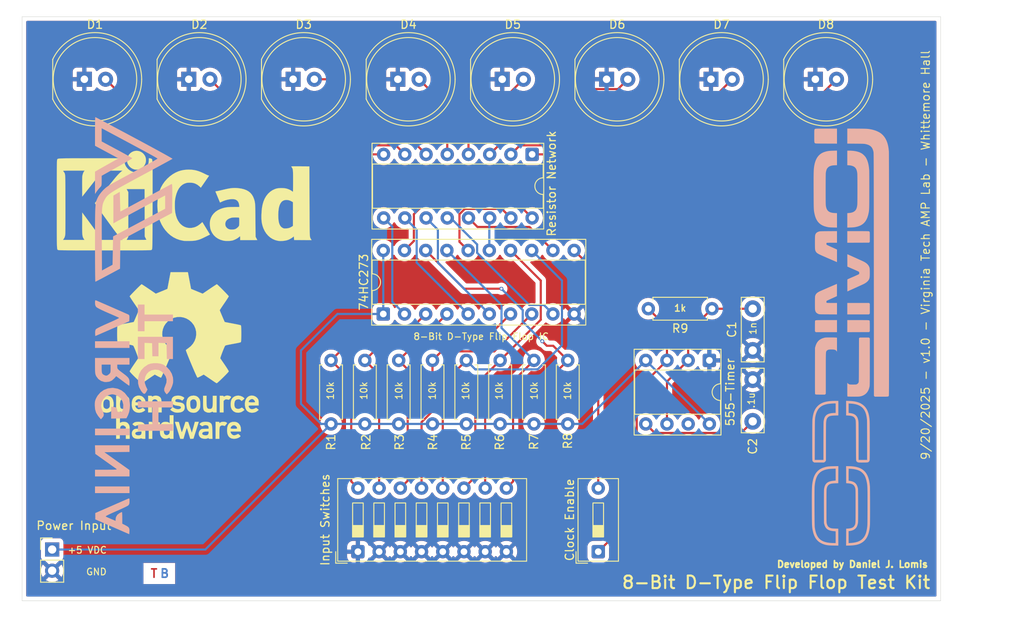
<source format=kicad_pcb>
(kicad_pcb (version 20241229) (generator "pcbnew") (generator_version "9.0")
  (title_block (title "PCB Layout of 8-Bit D-Type Flip Flop") (date "2025-09-21") (rev "1.0") (company "The Lomis Company of Virginia"))
  (layers (0 "F.Cu" signal "TOP") (2 "B.Cu" signal "BOTTOM") (13 "F.Paste" user) (15 "B.Paste" user) (5 "F.SilkS" user) (7 "B.SilkS" user) (1 "F.Mask" user) (3 "B.Mask" user) (25 "Edge.Cuts" user))
  (net 0 "")
  (net 1 "GND")
  (net 2 "Net-(U2-THR)")
  (net 3 "Net-(U2-CV)")
  (net 4 "Net-(D1-A)")
  (net 5 "Net-(D2-A)")
  (net 6 "Net-(D3-A)")
  (net 7 "Net-(D4-A)")
  (net 8 "Net-(D5-A)")
  (net 9 "Net-(D6-A)")
  (net 10 "Net-(D7-A)")
  (net 11 "Net-(D8-A)")
  (net 12 "Net-(U1-D0)")
  (net 13 "+5V")
  (net 14 "Net-(U1-D1)")
  (net 15 "Net-(U1-D2)")
  (net 16 "Net-(U1-D3)")
  (net 17 "Net-(U1-D4)")
  (net 18 "Net-(U1-D5)")
  (net 19 "Net-(U1-D6)")
  (net 20 "Net-(U1-D7)")
  (net 21 "Net-(U2-Q)")
  (net 22 "Net-(RN1-R8.2)")
  (net 23 "Net-(RN1-R4.2)")
  (net 24 "Net-(RN1-R7.2)")
  (net 25 "Net-(RN1-R6.2)")
  (net 26 "Net-(RN1-R2.2)")
  (net 27 "Net-(RN1-R3.2)")
  (net 28 "Net-(RN1-R1.2)")
  (net 29 "Net-(RN1-R5.2)")
  (net 30 "Net-(U1-Cp)")
  (footprint "Resistor_THT:R_Axial_DIN0207_L6.3mm_D2.5mm_P7.62mm_Horizontal" (layer "F.Cu") (at 145.1 108.81 90)
    (property "Reference" "R3" (at -2.19 0.1 90) (layer "F.SilkS"))
    (property "Value" "10k")
    (pad "1" thru_hole circle (at 0 0 90) (size 1.6 1.6) (drill 0.8) (layers "*.Cu" "*.Mask") (net 13 "+5V"))
    (pad "2" thru_hole circle (at 7.62 0 90) (size 1.6 1.6) (drill 0.8) (layers "*.Cu" "*.Mask") (net 15 "Net-(U1-D2)"))
  )
  (footprint "Capacitor_THT:C_Disc_D7.5mm_W2.5mm_P5.00mm" (layer "F.Cu") (at 187.5 108.5 90)
    (property "Reference" "C2" (at -3 0 90) (layer "F.SilkS"))
    (property "Value" "100n")
    (pad "1" thru_hole circle (at 0 0 90) (size 2 2) (drill 1) (layers "*.Cu" "*.Mask") (net 3 "Net-(U2-CV)"))
    (pad "2" thru_hole circle (at 5 0 90) (size 2 2) (drill 1) (layers "*.Cu" "*.Mask") (net 1 "GND"))
  )
  (footprint "Button_Switch_THT:SW_DIP_SPSTx08_Slide_9.78x22.5mm_W7.62mm_P2.54mm" (layer "F.Cu") (at 140.22 124.12 90)
    (property "Reference" "Input Switches" (at 3.82 -3.92 90) (layer "F.SilkS"))
    (property "Value" "SW_DIP_x08")
    (pad "1" thru_hole roundrect (at 0 0 90) (size 1.6 1.6) (drill 0.8) (layers "*.Cu" "*.Mask") (roundrect_rratio 0.15625) (net 1 "GND"))
    (pad "2" thru_hole circle (at 0 2.54 90) (size 1.6 1.6) (drill 0.8) (layers "*.Cu" "*.Mask") (net 1 "GND"))
    (pad "3" thru_hole circle (at 0 5.08 90) (size 1.6 1.6) (drill 0.8) (layers "*.Cu" "*.Mask") (net 1 "GND"))
    (pad "4" thru_hole circle (at 0 7.62 90) (size 1.6 1.6) (drill 0.8) (layers "*.Cu" "*.Mask") (net 1 "GND"))
    (pad "5" thru_hole circle (at 0 10.16 90) (size 1.6 1.6) (drill 0.8) (layers "*.Cu" "*.Mask") (net 1 "GND"))
    (pad "6" thru_hole circle (at 0 12.7 90) (size 1.6 1.6) (drill 0.8) (layers "*.Cu" "*.Mask") (net 1 "GND"))
    (pad "7" thru_hole circle (at 0 15.24 90) (size 1.6 1.6) (drill 0.8) (layers "*.Cu" "*.Mask") (net 1 "GND"))
    (pad "8" thru_hole circle (at 0 17.78 90) (size 1.6 1.6) (drill 0.8) (layers "*.Cu" "*.Mask") (net 1 "GND"))
    (pad "9" thru_hole circle (at 7.62 17.78 90) (size 1.6 1.6) (drill 0.8) (layers "*.Cu" "*.Mask") (net 20 "Net-(U1-D7)"))
    (pad "10" thru_hole circle (at 7.62 15.24 90) (size 1.6 1.6) (drill 0.8) (layers "*.Cu" "*.Mask") (net 19 "Net-(U1-D6)"))
    (pad "11" thru_hole circle (at 7.62 12.7 90) (size 1.6 1.6) (drill 0.8) (layers "*.Cu" "*.Mask") (net 18 "Net-(U1-D5)"))
    (pad "12" thru_hole circle (at 7.62 10.16 90) (size 1.6 1.6) (drill 0.8) (layers "*.Cu" "*.Mask") (net 17 "Net-(U1-D4)"))
    (pad "13" thru_hole circle (at 7.62 7.62 90) (size 1.6 1.6) (drill 0.8) (layers "*.Cu" "*.Mask") (net 16 "Net-(U1-D3)"))
    (pad "14" thru_hole circle (at 7.62 5.08 90) (size 1.6 1.6) (drill 0.8) (layers "*.Cu" "*.Mask") (net 15 "Net-(U1-D2)"))
    (pad "15" thru_hole circle (at 7.62 2.54 90) (size 1.6 1.6) (drill 0.8) (layers "*.Cu" "*.Mask") (net 14 "Net-(U1-D1)"))
    (pad "16" thru_hole circle (at 7.62 0 90) (size 1.6 1.6) (drill 0.8) (layers "*.Cu" "*.Mask") (net 12 "Net-(U1-D0)"))
  )
  (footprint "LED_THT:LED_D10.0mm" (layer "F.Cu") (at 182.5 67.5)
    (property "Reference" "D7" (at 1.27 -6.56 0) (layer "F.SilkS"))
    (property "Value" "LED")
    (pad "1" thru_hole rect (at 0 0) (size 1.8 1.8) (drill 0.9) (layers "*.Cu" "*.Mask") (net 1 "GND"))
    (pad "2" thru_hole circle (at 2.54 0) (size 1.8 1.8) (drill 0.9) (layers "*.Cu" "*.Mask") (net 10 "Net-(D7-A)"))
  )
  (footprint "Symbol:KiCad-Logo_12mm_SilkScreen" (layer "F.Cu") (at 119.4 82)
    (property "Reference" "REF**" (hide yes))
    (property "Value" "KiCad-Logo_12mm_SilkScreen" (hide yes))
  )
  (footprint "Resistor_THT:R_Axial_DIN0207_L6.3mm_D2.5mm_P7.62mm_Horizontal" (layer "F.Cu") (at 149.15 108.81 90)
    (property "Reference" "R4" (at -2.19 0.05 90) (layer "F.SilkS"))
    (property "Value" "10k")
    (pad "1" thru_hole circle (at 0 0 90) (size 1.6 1.6) (drill 0.8) (layers "*.Cu" "*.Mask") (net 13 "+5V"))
    (pad "2" thru_hole circle (at 7.62 0 90) (size 1.6 1.6) (drill 0.8) (layers "*.Cu" "*.Mask") (net 16 "Net-(U1-D3)"))
  )
  (footprint "Package_DIP:DIP-20_W7.62mm_Socket" (layer "F.Cu") (at 143.256 95.631 90)
    (property "Reference" "74HC273" (at 3.81 -2.33 90) (layer "F.SilkS"))
    (property "Value" "74HC273")
    (pad "1" thru_hole roundrect (at 0 0 90) (size 1.6 1.6) (drill 0.8) (layers "*.Cu" "*.Mask") (roundrect_rratio 0.15625) (net 13 "+5V"))
    (pad "2" thru_hole circle (at 0 2.54 90) (size 1.6 1.6) (drill 0.8) (layers "*.Cu" "*.Mask") (net 22 "Net-(RN1-R8.2)"))
    (pad "3" thru_hole circle (at 0 5.08 90) (size 1.6 1.6) (drill 0.8) (layers "*.Cu" "*.Mask") (net 12 "Net-(U1-D0)"))
    (pad "4" thru_hole circle (at 0 7.62 90) (size 1.6 1.6) (drill 0.8) (layers "*.Cu" "*.Mask") (net 14 "Net-(U1-D1)"))
    (pad "5" thru_hole circle (at 0 10.16 90) (size 1.6 1.6) (drill 0.8) (layers "*.Cu" "*.Mask") (net 24 "Net-(RN1-R7.2)"))
    (pad "6" thru_hole circle (at 0 12.7 90) (size 1.6 1.6) (drill 0.8) (layers "*.Cu" "*.Mask") (net 25 "Net-(RN1-R6.2)"))
    (pad "7" thru_hole circle (at 0 15.24 90) (size 1.6 1.6) (drill 0.8) (layers "*.Cu" "*.Mask") (net 15 "Net-(U1-D2)"))
    (pad "8" thru_hole circle (at 0 17.78 90) (size 1.6 1.6) (drill 0.8) (layers "*.Cu" "*.Mask") (net 16 "Net-(U1-D3)"))
    (pad "9" thru_hole circle (at 0 20.32 90) (size 1.6 1.6) (drill 0.8) (layers "*.Cu" "*.Mask") (net 29 "Net-(RN1-R5.2)"))
    (pad "10" thru_hole circle (at 0 22.86 90) (size 1.6 1.6) (drill 0.8) (layers "*.Cu" "*.Mask") (net 1 "GND"))
    (pad "11" thru_hole circle (at 7.62 22.86 90) (size 1.6 1.6) (drill 0.8) (layers "*.Cu" "*.Mask") (net 30 "Net-(U1-Cp)"))
    (pad "12" thru_hole circle (at 7.62 20.32 90) (size 1.6 1.6) (drill 0.8) (layers "*.Cu" "*.Mask") (net 23 "Net-(RN1-R4.2)"))
    (pad "13" thru_hole circle (at 7.62 17.78 90) (size 1.6 1.6) (drill 0.8) (layers "*.Cu" "*.Mask") (net 17 "Net-(U1-D4)"))
    (pad "14" thru_hole circle (at 7.62 15.24 90) (size 1.6 1.6) (drill 0.8) (layers "*.Cu" "*.Mask") (net 18 "Net-(U1-D5)"))
    (pad "15" thru_hole circle (at 7.62 12.7 90) (size 1.6 1.6) (drill 0.8) (layers "*.Cu" "*.Mask") (net 27 "Net-(RN1-R3.2)"))
    (pad "16" thru_hole circle (at 7.62 10.16 90) (size 1.6 1.6) (drill 0.8) (layers "*.Cu" "*.Mask") (net 26 "Net-(RN1-R2.2)"))
    (pad "17" thru_hole circle (at 7.62 7.62 90) (size 1.6 1.6) (drill 0.8) (layers "*.Cu" "*.Mask") (net 19 "Net-(U1-D6)"))
    (pad "18" thru_hole circle (at 7.62 5.08 90) (size 1.6 1.6) (drill 0.8) (layers "*.Cu" "*.Mask") (net 20 "Net-(U1-D7)"))
    (pad "19" thru_hole circle (at 7.62 2.54 90) (size 1.6 1.6) (drill 0.8) (layers "*.Cu" "*.Mask") (net 28 "Net-(RN1-R1.2)"))
    (pad "20" thru_hole circle (at 7.62 0 90) (size 1.6 1.6) (drill 0.8) (layers "*.Cu" "*.Mask") (net 13 "+5V"))
  )
  (footprint "Resistor_THT:R_Axial_DIN0207_L6.3mm_D2.5mm_P7.62mm_Horizontal" (layer "F.Cu") (at 153.2 108.81 90)
    (property "Reference" "R5" (at -2.19 0 90) (layer "F.SilkS"))
    (property "Value" "10k")
    (pad "1" thru_hole circle (at 0 0 90) (size 1.6 1.6) (drill 0.8) (layers "*.Cu" "*.Mask") (net 13 "+5V"))
    (pad "2" thru_hole circle (at 7.62 0 90) (size 1.6 1.6) (drill 0.8) (layers "*.Cu" "*.Mask") (net 17 "Net-(U1-D4)"))
  )
  (footprint "Package_DIP:DIP-8_W7.62mm_Socket" (layer "F.Cu") (at 182.31 101.19 -90)
    (property "Reference" "555-Timer" (at 3.81 -2.49 90) (layer "F.SilkS"))
    (property "Value" "ICM7555xP")
    (pad "1" thru_hole roundrect (at 0 0 270) (size 1.6 1.6) (drill 0.8) (layers "*.Cu" "*.Mask") (roundrect_rratio 0.15625) (net 1 "GND"))
    (pad "2" thru_hole circle (at 0 2.54 270) (size 1.6 1.6) (drill 0.8) (layers "*.Cu" "*.Mask") (net 2 "Net-(U2-THR)"))
    (pad "3" thru_hole circle (at 0 5.08 270) (size 1.6 1.6) (drill 0.8) (layers "*.Cu" "*.Mask") (net 21 "Net-(U2-Q)"))
    (pad "4" thru_hole circle (at 0 7.62 270) (size 1.6 1.6) (drill 0.8) (layers "*.Cu" "*.Mask") (net 13 "+5V"))
    (pad "5" thru_hole circle (at 7.62 7.62 270) (size 1.6 1.6) (drill 0.8) (layers "*.Cu" "*.Mask") (net 3 "Net-(U2-CV)"))
    (pad "6" thru_hole circle (at 7.62 5.08 270) (size 1.6 1.6) (drill 0.8) (layers "*.Cu" "*.Mask") (net 2 "Net-(U2-THR)"))
    (pad "7" thru_hole circle (at 7.62 2.54 270) (size 1.6 1.6) (drill 0.8) (layers "*.Cu" "*.Mask"))
    (pad "8" thru_hole circle (at 7.62 0 270) (size 1.6 1.6) (drill 0.8) (layers "*.Cu" "*.Mask") (net 13 "+5V"))
  )
  (footprint "LED_THT:LED_D10.0mm" (layer "F.Cu") (at 170 67.5)
    (property "Reference" "D6" (at 1.27 -6.56 0) (layer "F.SilkS"))
    (property "Value" "LED")
    (pad "1" thru_hole rect (at 0 0) (size 1.8 1.8) (drill 0.9) (layers "*.Cu" "*.Mask") (net 1 "GND"))
    (pad "2" thru_hole circle (at 2.54 0) (size 1.8 1.8) (drill 0.9) (layers "*.Cu" "*.Mask") (net 9 "Net-(D6-A)"))
  )
  (footprint "Resistor_THT:R_Axial_DIN0207_L6.3mm_D2.5mm_P7.62mm_Horizontal" (layer "F.Cu") (at 165.35 108.81 90)
    (property "Reference" "R8" (at -2.04 0 90) (layer "F.SilkS"))
    (property "Value" "10k")
    (pad "1" thru_hole circle (at 0 0 90) (size 1.6 1.6) (drill 0.8) (layers "*.Cu" "*.Mask") (net 13 "+5V"))
    (pad "2" thru_hole circle (at 7.62 0 90) (size 1.6 1.6) (drill 0.8) (layers "*.Cu" "*.Mask") (net 20 "Net-(U1-D7)"))
  )
  (footprint "Symbol:OSHW-Logo_19x20mm_SilkScreen" (layer "F.Cu") (at 118.8 100.6)
    (property "Reference" "REF**" (hide yes))
    (property "Value" "OSHW-Logo_19x20mm_SilkScreen" (hide yes))
  )
  (footprint "LED_THT:LED_D10.0mm" (layer "F.Cu") (at 157.5 67.5)
    (property "Reference" "D5" (at 1.27 -6.56 0) (layer "F.SilkS"))
    (property "Value" "LED")
    (pad "1" thru_hole rect (at 0 0) (size 1.8 1.8) (drill 0.9) (layers "*.Cu" "*.Mask") (net 1 "GND"))
    (pad "2" thru_hole circle (at 2.54 0) (size 1.8 1.8) (drill 0.9) (layers "*.Cu" "*.Mask") (net 8 "Net-(D5-A)"))
  )
  (footprint "LED_THT:LED_D10.0mm" (layer "F.Cu") (at 107.46 67.5)
    (property "Reference" "D1" (at 1.27 -6.56 0) (layer "F.SilkS"))
    (property "Value" "LED")
    (pad "1" thru_hole rect (at 0 0) (size 1.8 1.8) (drill 0.9) (layers "*.Cu" "*.Mask") (net 1 "GND"))
    (pad "2" thru_hole circle (at 2.54 0) (size 1.8 1.8) (drill 0.9) (layers "*.Cu" "*.Mask") (net 4 "Net-(D1-A)"))
  )
  (footprint "Resistor_THT:R_Axial_DIN0207_L6.3mm_D2.5mm_P7.62mm_Horizontal" (layer "F.Cu") (at 137 108.81 90)
    (property "Reference" "R1" (at -2.19 0 90) (layer "F.SilkS"))
    (property "Value" "10k")
    (pad "1" thru_hole circle (at 0 0 90) (size 1.6 1.6) (drill 0.8) (layers "*.Cu" "*.Mask") (net 13 "+5V"))
    (pad "2" thru_hole circle (at 7.62 0 90) (size 1.6 1.6) (drill 0.8) (layers "*.Cu" "*.Mask") (net 12 "Net-(U1-D0)"))
  )
  (footprint "LED_THT:LED_D10.0mm" (layer "F.Cu") (at 132.46 67.5)
    (property "Reference" "D3" (at 1.27 -6.56 0) (layer "F.SilkS"))
    (property "Value" "LED")
    (pad "1" thru_hole rect (at 0 0) (size 1.8 1.8) (drill 0.9) (layers "*.Cu" "*.Mask") (net 1 "GND"))
    (pad "2" thru_hole circle (at 2.54 0) (size 1.8 1.8) (drill 0.9) (layers "*.Cu" "*.Mask") (net 6 "Net-(D3-A)"))
  )
  (footprint "LED_THT:LED_D10.0mm" (layer "F.Cu") (at 145 67.5)
    (property "Reference" "D4" (at 1.27 -6.56 0) (layer "F.SilkS"))
    (property "Value" "LED")
    (pad "1" thru_hole rect (at 0 0) (size 1.8 1.8) (drill 0.9) (layers "*.Cu" "*.Mask") (net 1 "GND"))
    (pad "2" thru_hole circle (at 2.54 0) (size 1.8 1.8) (drill 0.9) (layers "*.Cu" "*.Mask") (net 7 "Net-(D4-A)"))
  )
  (footprint "Resistor_THT:R_Axial_DIN0207_L6.3mm_D2.5mm_P7.62mm_Horizontal" (layer "F.Cu") (at 161.3 108.81 90)
    (property "Reference" "R7" (at -2.14 0 90) (layer "F.SilkS"))
    (property "Value" "10k")
    (pad "1" thru_hole circle (at 0 0 90) (size 1.6 1.6) (drill 0.8) (layers "*.Cu" "*.Mask") (net 13 "+5V"))
    (pad "2" thru_hole circle (at 7.62 0 90) (size 1.6 1.6) (drill 0.8) (layers "*.Cu" "*.Mask") (net 19 "Net-(U1-D6)"))
  )
  (footprint "Resistor_THT:R_Axial_DIN0207_L6.3mm_D2.5mm_P7.62mm_Horizontal" (layer "F.Cu") (at 182.62 95 180)
    (property "Reference" "R9" (at 3.81 -2.37 0) (layer "F.SilkS"))
    (property "Value" "1k")
    (pad "1" thru_hole circle (at 0 0 180) (size 1.6 1.6) (drill 0.8) (layers "*.Cu" "*.Mask") (net 2 "Net-(U2-THR)"))
    (pad "2" thru_hole circle (at 7.62 0 180) (size 1.6 1.6) (drill 0.8) (layers "*.Cu" "*.Mask") (net 21 "Net-(U2-Q)"))
  )
  (footprint "Resistor_THT:R_Axial_DIN0207_L6.3mm_D2.5mm_P7.62mm_Horizontal" (layer "F.Cu") (at 141.05 108.81 90)
    (property "Reference" "R2" (at -2.19 0.15 90) (layer "F.SilkS"))
    (property "Value" "10k")
    (pad "1" thru_hole circle (at 0 0 90) (size 1.6 1.6) (drill 0.8) (layers "*.Cu" "*.Mask") (net 13 "+5V"))
    (pad "2" thru_hole circle (at 7.62 0 90) (size 1.6 1.6) (drill 0.8) (layers "*.Cu" "*.Mask") (net 14 "Net-(U1-D1)"))
  )
  (footprint "Symbol:LayerMarker_2_3.81x2.54mm_TextH1mm_P1.27mm_Named" (layer "F.Cu") (at 115.8 128)
    (property "Reference" "TOP" (hide yes))
    (property "Value" "LayerMarker_2_3.81x2.54mm_TextH1mm_P1.27mm_Named" (hide yes))
    (fp_text user "T" (at 0 -1.27 0) (layer "F.Cu") (effects (font (thickness 0.2))))
    (fp_text user "B" (at 1.27 -1.27 359) (layer "B.Cu") (effects (font (thickness 0.2))))
    (zone (net 0) (net_name "") (layers "F.Cu" "B.Cu") (connect_pads (clearance 0)) (min_thickness 0.25)
      (keepout (tracks not_allowed) (vias not_allowed) (pads not_allowed) (copperpour not_allowed) (footprints allowed))
      (fill (thermal_gap 0.5) (thermal_bridge_width 0.5))
      (polygon (pts (xy 114.53 125.46) (xy 118.34 125.46) (xy 118.34 128) (xy 114.53 128)))
    )
  )
  (footprint "Package_DIP:DIP-16_W7.62mm_Socket" (layer "F.Cu") (at 161.08 76.5 -90)
    (property "Reference" "Resistor Network" (at 3.5 -2.33 90) (layer "F.SilkS"))
    (property "Value" "R_Pack08")
    (pad "1" thru_hole roundrect (at 0 0 270) (size 1.6 1.6) (drill 0.8) (layers "*.Cu" "*.Mask") (roundrect_rratio 0.15625) (net 11 "Net-(D8-A)"))
    (pad "2" thru_hole circle (at 0 2.54 270) (size 1.6 1.6) (drill 0.8) (layers "*.Cu" "*.Mask") (net 10 "Net-(D7-A)"))
    (pad "3" thru_hole circle (at 0 5.08 270) (size 1.6 1.6) (drill 0.8) (layers "*.Cu" "*.Mask") (net 9 "Net-(D6-A)"))
    (pad "4" thru_hole circle (at 0 7.62 270) (size 1.6 1.6) (drill 0.8) (layers "*.Cu" "*.Mask") (net 8 "Net-(D5-A)"))
    (pad "5" thru_hole circle (at 0 10.16 270) (size 1.6 1.6) (drill 0.8) (layers "*.Cu" "*.Mask") (net 7 "Net-(D4-A)"))
    (pad "6" thru_hole circle (at 0 12.7 270) (size 1.6 1.6) (drill 0.8) (layers "*.Cu" "*.Mask") (net 6 "Net-(D3-A)"))
    (pad "7" thru_hole circle (at 0 15.24 270) (size 1.6 1.6) (drill 0.8) (layers "*.Cu" "*.Mask") (net 5 "Net-(D2-A)"))
    (pad "8" thru_hole circle (at 0 17.78 270) (size 1.6 1.6) (drill 0.8) (layers "*.Cu" "*.Mask") (net 4 "Net-(D1-A)"))
    (pad "9" thru_hole circle (at 7.62 17.78 270) (size 1.6 1.6) (drill 0.8) (layers "*.Cu" "*.Mask") (net 22 "Net-(RN1-R8.2)"))
    (pad "10" thru_hole circle (at 7.62 15.24 270) (size 1.6 1.6) (drill 0.8) (layers "*.Cu" "*.Mask") (net 24 "Net-(RN1-R7.2)"))
    (pad "11" thru_hole circle (at 7.62 12.7 270) (size 1.6 1.6) (drill 0.8) (layers "*.Cu" "*.Mask") (net 25 "Net-(RN1-R6.2)"))
    (pad "12" thru_hole circle (at 7.62 10.16 270) (size 1.6 1.6) (drill 0.8) (layers "*.Cu" "*.Mask") (net 29 "Net-(RN1-R5.2)"))
    (pad "13" thru_hole circle (at 7.62 7.62 270) (size 1.6 1.6) (drill 0.8) (layers "*.Cu" "*.Mask") (net 23 "Net-(RN1-R4.2)"))
    (pad "14" thru_hole circle (at 7.62 5.08 270) (size 1.6 1.6) (drill 0.8) (layers "*.Cu" "*.Mask") (net 27 "Net-(RN1-R3.2)"))
    (pad "15" thru_hole circle (at 7.62 2.54 270) (size 1.6 1.6) (drill 0.8) (layers "*.Cu" "*.Mask") (net 26 "Net-(RN1-R2.2)"))
    (pad "16" thru_hole circle (at 7.62 0 270) (size 1.6 1.6) (drill 0.8) (layers "*.Cu" "*.Mask") (net 28 "Net-(RN1-R1.2)"))
  )
  (footprint "Button_Switch_THT:SW_DIP_SPSTx01_Slide_9.78x4.72mm_W7.62mm_P2.54mm" (layer "F.Cu") (at 169 124.12 90)
    (property "Reference" "Clock Enable" (at 3.81 -3.42 90) (layer "F.SilkS"))
    (property "Value" "SW_DIP_x01")
    (pad "1" thru_hole roundrect (at 0 0 90) (size 1.6 1.6) (drill 0.8) (layers "*.Cu" "*.Mask") (roundrect_rratio 0.15625) (net 21 "Net-(U2-Q)"))
    (pad "2" thru_hole circle (at 7.62 0 90) (size 1.6 1.6) (drill 0.8) (layers "*.Cu" "*.Mask") (net 30 "Net-(U1-Cp)"))
  )
  (footprint "LED_THT:LED_D10.0mm" (layer "F.Cu") (at 119.96 67.5)
    (property "Reference" "D2" (at 1.27 -6.56 0) (layer "F.SilkS"))
    (property "Value" "LED")
    (pad "1" thru_hole rect (at 0 0) (size 1.8 1.8) (drill 0.9) (layers "*.Cu" "*.Mask") (net 1 "GND"))
    (pad "2" thru_hole circle (at 2.54 0) (size 1.8 1.8) (drill 0.9) (layers "*.Cu" "*.Mask") (net 5 "Net-(D2-A)"))
  )
  (footprint "LED_THT:LED_D10.0mm" (layer "F.Cu") (at 195 67.5)
    (property "Reference" "D8" (at 1.27 -6.56 0) (layer "F.SilkS"))
    (property "Value" "LED")
    (pad "1" thru_hole rect (at 0 0) (size 1.8 1.8) (drill 0.9) (layers "*.Cu" "*.Mask") (net 1 "GND"))
    (pad "2" thru_hole circle (at 2.54 0) (size 1.8 1.8) (drill 0.9) (layers "*.Cu" "*.Mask") (net 11 "Net-(D8-A)"))
  )
  (footprint "Capacitor_THT:C_Disc_D7.5mm_W2.5mm_P5.00mm" (layer "F.Cu") (at 187.5 100 90)
    (property "Reference" "C1" (at 2.5 -2.5 90) (layer "F.SilkS"))
    (property "Value" "1n")
    (pad "1" thru_hole circle (at 0 0 90) (size 2 2) (drill 1) (layers "*.Cu" "*.Mask") (net 1 "GND"))
    (pad "2" thru_hole circle (at 5 0 90) (size 2 2) (drill 1) (layers "*.Cu" "*.Mask") (net 2 "Net-(U2-THR)"))
  )
  (footprint "Resistor_THT:R_Axial_DIN0207_L6.3mm_D2.5mm_P7.62mm_Horizontal" (layer "F.Cu") (at 157.25 108.81 90)
    (property "Reference" "R6" (at -2.19 -0.05 90) (layer "F.SilkS"))
    (property "Value" "10k")
    (pad "1" thru_hole circle (at 0 0 90) (size 1.6 1.6) (drill 0.8) (layers "*.Cu" "*.Mask") (net 13 "+5V"))
    (pad "2" thru_hole circle (at 7.62 0 90) (size 1.6 1.6) (drill 0.8) (layers "*.Cu" "*.Mask") (net 18 "Net-(U1-D5)"))
  )
  (footprint "Connector_PinHeader_2.54mm:PinHeader_1x02_P2.54mm_Vertical" (layer "F.Cu") (at 103.6 123.86)
    (property "Reference" "Power Input" (at 2.6 -2.86 0) (layer "F.SilkS"))
    (property "Value" "Conn_01x02_Pin")
    (pad "1" thru_hole rect (at 0 0) (size 1.7 1.7) (drill 1) (layers "*.Cu" "*.Mask") (net 13 "+5V"))
    (pad "2" thru_hole circle (at 0 2.54) (size 1.7 1.7) (drill 1) (layers "*.Cu" "*.Mask") (net 1 "GND"))
  )
  (footprint "Virginia Tech Logos:VirginiaTech-Horiz-50mm" (layer "B.Cu") (at 113.4 97 -90)
    (property "Reference" "G***" (hide yes))
    (property "Value" "LOGO" (hide yes))
  )
  (footprint "Lomis Company Logos:LomisCo1980s-50mm" (layer "B.Cu") (at 199.2 98.4 -90)
    (property "Reference" "G***" (hide yes))
    (property "Value" "LOGO" (hide yes))
  )
  (gr_line (start 210 60) (end 100 60) (stroke (width 0.05)) (layer "Edge.Cuts"))
  (gr_line (start 210 130) (end 210 60) (stroke (width 0.05)) (layer "Edge.Cuts"))
  (gr_line (start 100 130) (end 210 130) (stroke (width 0.05)) (layer "Edge.Cuts"))
  (gr_line (start 100 60) (end 100 130) (stroke (width 0.05)) (layer "Edge.Cuts"))
  (gr_text "10k\n" (at 157.6 106 90) (layer "F.SilkS") (effects (font (size 0.8 0.8) (thickness 0.127) (bold yes)) (justify left bottom)))
  (gr_text "Developed by Daniel J. Lomis" (at 190.3 126.1 0) (layer "F.SilkS") (effects (font (size 0.8 0.8) (thickness 0.25) (bold yes)) (justify left bottom)))
  (gr_text "1k" (at 178 95.4 0) (layer "F.SilkS") (effects (font (size 0.8 0.8) (thickness 0.1524) (bold yes)) (justify left bottom)))
  (gr_text "10k\n" (at 149.6 106 90) (layer "F.SilkS") (effects (font (size 0.8 0.8) (thickness 0.127) (bold yes)) (justify left bottom)))
  (gr_text "10k\n" (at 153.6 106 90) (layer "F.SilkS") (effects (font (size 0.8 0.8) (thickness 0.127) (bold yes)) (justify left bottom)))
  (gr_text "10k\n" (at 165.8 106 90) (layer "F.SilkS") (effects (font (size 0.8 0.8) (thickness 0.127) (bold yes)) (justify left bottom)))
  (gr_text "10k\n" (at 161.8 106 90) (layer "F.SilkS") (effects (font (size 0.8 0.8) (thickness 0.127) (bold yes)) (justify left bottom)))
  (gr_text ".1u\n" (at 187.8 107 90) (layer "F.SilkS") (effects (font (size 0.8 0.8) (thickness 0.127) (bold yes)) (justify left bottom)))
  (gr_text "10k\n" (at 145.6 106 90) (layer "F.SilkS") (effects (font (size 0.8 0.8) (thickness 0.127) (bold yes)) (justify left bottom)))
  (gr_text "1n" (at 188 98.2 90) (layer "F.SilkS") (effects (font (size 0.8 0.8) (thickness 0.127) (bold yes)) (justify left bottom)))
  (gr_text "10k\n" (at 141.4 106 90) (layer "F.SilkS") (effects (font (size 0.8 0.8) (thickness 0.127) (bold yes)) (justify left bottom)))
  (gr_text "8-Bit D-Type Flip Flop IC\n" (at 146.8 98.8 0) (layer "F.SilkS") (effects (font (size 0.8 0.8) (thickness 0.127) (bold yes)) (justify left bottom)))
  (gr_text "10k\n" (at 137.4 106 90) (layer "F.SilkS") (effects (font (size 0.8 0.8) (thickness 0.127) (bold yes)) (justify left bottom)))
  (gr_text "8-Bit D-Type Flip Flop Test Kit\n" (at 190.3 127.8 0) (layer "F.SilkS") (effects (font (size 1.5 1.5) (thickness 0.25) (bold yes))))
  (gr_text "GND\n" (at 107.6 127 0) (layer "F.SilkS") (effects (font (size 0.8 0.8) (thickness 0.127) (bold yes)) (justify left bottom)))
  (gr_text "+5 VDC" (at 105.4 124.4 0) (layer "F.SilkS") (effects (font (size 0.8 0.8) (thickness 0.127) (bold yes)) (justify left bottom)))
  (gr_text "9/20/2025 - v1.0 - Virginia Tech AMP Lab - Whittemore Hall\n" (at 208.2 113.2 90) (layer "F.SilkS") (effects (font (size 1 1) (thickness 0.127) (bold yes)) (justify left)))
  (segment (start 177.23 103.73) (end 179.77 101.19) (width 0.254) (layer "F.Cu") (net 2))
  (segment (start 179.77 97.85) (end 182.62 95) (width 0.254) (layer "F.Cu") (net 2))
  (segment (start 177.23 108.81) (end 177.23 103.73) (width 0.254) (layer "F.Cu") (net 2))
  (segment (start 179.77 101.19) (end 179.77 97.85) (width 0.254) (layer "F.Cu") (net 2))
  (segment (start 182.62 95) (end 187.5 95) (width 0.254) (layer "F.Cu") (net 2))
  (segment (start 186.1096 109.8904) (end 187.5 108.5) (width 0.254) (layer "F.Cu") (net 3))
  (segment (start 174.69 108.81) (end 175.7704 109.8904) (width 0.254) (layer "F.Cu") (net 3))
  (segment (start 175.7704 109.8904) (end 186.1096 109.8904) (width 0.254) (layer "F.Cu") (net 3))
  (segment (start 143.3 76.5) (end 119 76.5) (width 0.254) (layer "F.Cu") (net 4))
  (segment (start 119 76.5) (end 110 67.5) (width 0.254) (layer "F.Cu") (net 4))
  (segment (start 144.7596 75.4196) (end 130.4196 75.4196) (width 0.254) (layer "F.Cu") (net 5))
  (segment (start 130.4196 75.4196) (end 122.5 67.5) (width 0.254) (layer "F.Cu") (net 5))
  (segment (start 145.84 76.5) (end 144.7596 75.4196) (width 0.254) (layer "F.Cu") (net 5))
  (segment (start 148.38 76.5) (end 139.38 67.5) (width 0.254) (layer "F.Cu") (net 6))
  (segment (start 139.38 67.5) (end 135 67.5) (width 0.254) (layer "F.Cu") (net 6))
  (segment (start 150.92 70.88) (end 147.54 67.5) (width 0.254) (layer "F.Cu") (net 7))
  (segment (start 150.92 76.5) (end 150.92 70.88) (width 0.254) (layer "F.Cu") (net 7))
  (segment (start 153.46 74.08) (end 160.04 67.5) (width 0.254) (layer "F.Cu") (net 8))
  (segment (start 153.46 76.5) (end 153.46 74.08) (width 0.254) (layer "F.Cu") (net 8))
  (segment (start 163.8196 68.6804) (end 171.3596 68.6804) (width 0.254) (layer "F.Cu") (net 9))
  (segment (start 156 76.5) (end 163.8196 68.6804) (width 0.254) (layer "F.Cu") (net 9))
  (segment (start 171.3596 68.6804) (end 172.54 67.5) (width 0.254) (layer "F.Cu") (net 9))
  (segment (start 158.54 76.5) (end 159.6204 75.4196) (width 0.254) (layer "F.Cu") (net 10))
  (segment (start 177.1204 75.4196) (end 185.04 67.5) (width 0.254) (layer "F.Cu") (net 10))
  (segment (start 159.6204 75.4196) (end 177.1204 75.4196) (width 0.254) (layer "F.Cu") (net 10))
  (segment (start 161.08 76.5) (end 188.54 76.5) (width 0.254) (layer "F.Cu") (net 11))
  (segment (start 188.54 76.5) (end 197.54 67.5) (width 0.254) (layer "F.Cu") (net 11))
  (segment (start 145.0796 98.8874) (end 139.3026 98.8874) (width 0.254) (layer "F.Cu") (net 12))
  (segment (start 140.22 116.5) (end 139.420001 115.700001) (width 0.254) (layer "F.Cu") (net 12))
  (segment (start 148.336 95.631) (end 145.0796 98.8874) (width 0.254) (layer "F.Cu") (net 12))
  (segment (start 139.3026 98.8874) (end 137 101.19) (width 0.254) (layer "F.Cu") (net 12))
  (segment (start 139.420001 103.610001) (end 137 101.19) (width 0.254) (layer "F.Cu") (net 12))
  (segment (start 139.420001 115.700001) (end 139.420001 103.610001) (width 0.254) (layer "F.Cu") (net 12))
  (segment (start 137.769 95.631) (end 133.4 100) (width 0.254) (layer "B.Cu") (net 13))
  (segment (start 157.25 108.81) (end 161.3 108.81) (width 0.254) (layer "B.Cu") (net 13))
  (segment (start 149.15 108.81) (end 153.2 108.81) (width 0.254) (layer "B.Cu") (net 13))
  (segment (start 137 108.81) (end 141.05 108.81) (width 0.254) (layer "B.Cu") (net 13))
  (segment (start 153.2 108.81) (end 157.25 108.81) (width 0.254) (layer "B.Cu") (net 13))
  (segment (start 133.4 106.4) (end 135.81 108.81) (width 0.254) (layer "B.Cu") (net 13))
  (segment (start 143.256 95.631) (end 137.769 95.631) (width 0.254) (layer "B.Cu") (net 13))
  (segment (start 165.35 108.81) (end 167.07 108.81) (width 0.254) (layer "B.Cu") (net 13))
  (segment (start 135.81 108.81) (end 137 108.81) (width 0.254) (layer "B.Cu") (net 13))
  (segment (start 103.6 123.86) (end 121.95 123.86) (width 0.254) (layer "B.Cu") (net 13))
  (segment (start 133.4 100) (end 133.4 106.4) (width 0.254) (layer "B.Cu") (net 13))
  (segment (start 161.3 108.81) (end 165.35 108.81) (width 0.254) (layer "B.Cu") (net 13))
  (segment (start 141.05 108.81) (end 145.1 108.81) (width 0.254) (layer "B.Cu") (net 13))
  (segment (start 167.07 108.81) (end 174.69 101.19) (width 0.254) (layer "B.Cu") (net 13))
  (segment (start 121.95 123.86) (end 137 108.81) (width 0.254) (layer "B.Cu") (net 13))
  (segment (start 174.69 101.19) (end 182.31 108.81) (width 0.254) (layer "B.Cu") (net 13))
  (segment (start 143.256 88.011) (end 143.256 95.631) (width 0.254) (layer "B.Cu") (net 13))
  (segment (start 145.1 108.81) (end 149.15 108.81) (width 0.254) (layer "B.Cu") (net 13))
  (segment (start 142.76 116.5) (end 142.76 102.9) (width 0.254) (layer "F.Cu") (net 14))
  (segment (start 142.9452 99.2948) (end 147.2122 99.2948) (width 0.254) (layer "F.Cu") (net 14))
  (segment (start 147.2122 99.2948) (end 150.876 95.631) (width 0.254) (layer "F.Cu") (net 14))
  (segment (start 142.76 102.9) (end 141.05 101.19) (width 0.254) (layer "F.Cu") (net 14))
  (segment (start 141.05 101.19) (end 142.9452 99.2948) (width 0.254) (layer "F.Cu") (net 14))
  (segment (start 146.1804 115.6196) (end 146.1804 102.2704) (width 0.254) (layer "F.Cu") (net 15))
  (segment (start 158.496 95.631) (end 154.4248 99.7022) (width 0.254) (layer "F.Cu") (net 15))
  (segment (start 146.1804 102.2704) (end 145.1 101.19) (width 0.254) (layer "F.Cu") (net 15))
  (segment (start 146.5878 99.7022) (end 145.1 101.19) (width 0.254) (layer "F.Cu") (net 15))
  (segment (start 154.4248 99.7022) (end 146.5878 99.7022) (width 0.254) (layer "F.Cu") (net 15))
  (segment (start 145.3 116.5) (end 146.1804 115.6196) (width 0.254) (layer "F.Cu") (net 15))
  (segment (start 150.2304 100.1096) (end 149.15 101.19) (width 0.254) (layer "F.Cu") (net 16))
  (segment (start 147.84 108.592083) (end 149.15 107.282083) (width 0.254) (layer "F.Cu") (net 16))
  (segment (start 156.5574 100.1096) (end 150.2304 100.1096) (width 0.254) (layer "F.Cu") (net 16))
  (segment (start 161.036 95.631) (end 156.5574 100.1096) (width 0.254) (layer "F.Cu") (net 16))
  (segment (start 149.15 107.282083) (end 149.15 101.19) (width 0.254) (layer "F.Cu") (net 16))
  (segment (start 147.84 116.5) (end 147.84 108.592083) (width 0.254) (layer "F.Cu") (net 16))
  (segment (start 150.38 104.01) (end 153.2 101.19) (width 0.254) (layer "F.Cu") (net 17))
  (segment (start 150.38 116.5) (end 150.38 104.01) (width 0.254) (layer "F.Cu") (net 17))
  (segment (start 161.036 88.011) (end 164.6564 91.6314) (width 0.254) (layer "B.Cu") (net 17))
  (segment (start 161.747517 102.2704) (end 154.2804 102.2704) (width 0.254) (layer "B.Cu") (net 17))
  (segment (start 164.6564 99.361517) (end 161.747517 102.2704) (width 0.254) (layer "B.Cu") (net 17))
  (segment (start 154.2804 102.2704) (end 153.2 101.19) (width 0.254) (layer "B.Cu") (net 17))
  (segment (start 164.6564 91.6314) (end 164.6564 99.361517) (width 0.254) (layer "B.Cu") (net 17))
  (segment (start 157.25 101.19) (end 162.1164 96.3236) (width 0.254) (layer "F.Cu") (net 18))
  (segment (start 162.1164 91.6314) (end 158.496 88.011) (width 0.254) (layer "F.Cu") (net 18))
  (segment (start 154.2804 115.1396) (end 154.2804 104.1596) (width 0.254) (layer "F.Cu") (net 18))
  (segment (start 154.2804 104.1596) (end 157.25 101.19) (width 0.254) (layer "F.Cu") (net 18))
  (segment (start 152.92 116.5) (end 154.2804 115.1396) (width 0.254) (layer "F.Cu") (net 18))
  (segment (start 162.1164 96.3236) (end 162.1164 91.6314) (width 0.254) (layer "F.Cu") (net 18))
  (segment (start 155.46 116.5) (end 155.46 107.03) (width 0.254) (layer "F.Cu") (net 19))
  (segment (start 155.46 107.03) (end 161.3 101.19) (width 0.254) (layer "F.Cu") (net 19))
  (segment (start 150.876 88.011) (end 157.4156 94.5506) (width 0.254) (layer "B.Cu") (net 19))
  (segment (start 157.4156 97.3056) (end 161.3 101.19) (width 0.254) (layer "B.Cu") (net 19))
  (segment (start 157.4156 94.5506) (end 157.4156 97.3056) (width 0.254) (layer "B.Cu") (net 19))
  (segment (start 158.799999 115.700001) (end 158.799999 107.740001) (width 0.254) (layer "F.Cu") (net 20))
  (segment (start 152.925 92.6) (end 157.4 92.6) (width 0.254) (layer "F.Cu") (net 20))
  (segment (start 162.3 98.9) (end 162.84 99.44) (width 0.254) (layer "F.Cu") (net 20))
  (segment (start 158 116.5) (end 158.799999 115.700001) (width 0.254) (layer "F.Cu") (net 20))
  (segment (start 163.6 99.44) (end 165.35 101.19) (width 0.254) (layer "F.Cu") (net 20))
  (segment (start 162.84 99.44) (end 163.6 99.44) (width 0.254) (layer "F.Cu") (net 20))
  (segment (start 148.336 88.011) (end 152.925 92.6) (width 0.254) (layer "F.Cu") (net 20))
  (segment (start 158.799999 107.740001) (end 165.35 101.19) (width 0.254) (layer "F.Cu") (net 20))
  (via (at 157.4 92.6) (size 0.4572) (drill 0.254) (layers "F.Cu" "B.Cu") (net 20))
  (via (at 162.3 98.9) (size 0.4572) (drill 0.254) (layers "F.Cu" "B.Cu") (net 20))
  (segment (start 162.3 98.9) (end 159.9556 96.5556) (width 0.254) (layer "B.Cu") (net 20))
  (segment (start 159.9556 95.1556) (end 157.4 92.6) (width 0.254) (layer "B.Cu") (net 20))
  (segment (start 159.9556 96.5556) (end 159.9556 95.1556) (width 0.254) (layer "B.Cu") (net 20))
  (segment (start 173.6096 104.8104) (end 177.23 101.19) (width 0.254) (layer "F.Cu") (net 21))
  (segment (start 169 124.12) (end 173.6096 119.5104) (width 0.254) (layer "F.Cu") (net 21))
  (segment (start 173.6096 119.5104) (end 173.6096 104.8104) (width 0.254) (layer "F.Cu") (net 21))
  (segment (start 177.23 101.19) (end 177.23 97.23) (width 0.254) (layer "F.Cu") (net 21))
  (segment (start 177.23 97.23) (end 175 95) (width 0.254) (layer "F.Cu") (net 21))
  (segment (start 144.3364 94.1714) (end 144.3364 85.1564) (width 0.254) (layer "B.Cu") (net 22))
  (segment (start 144.3364 85.1564) (end 143.3 84.12) (width 0.254) (layer "B.Cu") (net 22))
  (segment (start 145.796 95.631) (end 144.3364 94.1714) (width 0.254) (layer "B.Cu") (net 22))
  (segment (start 162.7825 87.2175) (end 163.576 88.011) (width 0.254) (layer "F.Cu") (net 23))
  (segment (start 153.46 84.12) (end 154.5404 85.2004) (width 0.254) (layer "F.Cu") (net 23))
  (segment (start 154.5404 85.2004) (end 160.7654 85.2004) (width 0.254) (layer "F.Cu") (net 23))
  (segment (start 160.7654 85.2004) (end 162.7825 87.2175) (width 0.254) (layer "F.Cu") (net 23))
  (segment (start 147.2556 85.5356) (end 145.84 84.12) (width 0.254) (layer "B.Cu") (net 24))
  (segment (start 153.416 95.631) (end 147.2556 89.4706) (width 0.254) (layer "B.Cu") (net 24))
  (segment (start 147.2556 89.4706) (end 147.2556 85.5356) (width 0.254) (layer "B.Cu") (net 24))
  (segment (start 149.7956 89.4706) (end 149.7956 85.5356) (width 0.254) (layer "B.Cu") (net 25))
  (segment (start 155.956 95.631) (end 149.7956 89.4706) (width 0.254) (layer "B.Cu") (net 25))
  (segment (start 149.7956 85.5356) (end 148.38 84.12) (width 0.254) (layer "B.Cu") (net 25))
  (segment (start 152.3796 83.672483) (end 153.012483 83.0396) (width 0.254) (layer "F.Cu") (net 26))
  (segment (start 153.012483 83.0396) (end 157.4596 83.0396) (width 0.254) (layer "F.Cu") (net 26))
  (segment (start 153.416 88.011) (end 152.3796 86.9746) (width 0.254) (layer "F.Cu") (net 26))
  (segment (start 157.4596 83.0396) (end 158.54 84.12) (width 0.254) (layer "F.Cu") (net 26))
  (segment (start 152.3796 86.9746) (end 152.3796 83.672483) (width 0.254) (layer "F.Cu") (net 26))
  (segment (start 155.956 88.011) (end 155.989 88.011) (width 0.254) (layer "F.Cu") (net 27))
  (segment (start 155.989 88.011) (end 156.2 87.8) (width 0.254) (layer "F.Cu") (net 27))
  (segment (start 155.956 88.011) (end 155.956 84.164) (width 0.254) (layer "B.Cu") (net 27))
  (segment (start 155.956 84.164) (end 156 84.12) (width 0.254) (layer "B.Cu") (net 27))
  (segment (start 147.960683 82.6322) (end 146.9204 83.672483) (width 0.254) (layer "F.Cu") (net 28))
  (segment (start 159.5922 82.6322) (end 147.960683 82.6322) (width 0.254) (layer "F.Cu") (net 28))
  (segment (start 146.9204 86.8866) (end 145.796 88.011) (width 0.254) (layer "F.Cu") (net 28))
  (segment (start 161.08 84.12) (end 159.5922 82.6322) (width 0.254) (layer "F.Cu") (net 28))
  (segment (start 146.9204 83.672483) (end 146.9204 86.8866) (width 0.254) (layer "F.Cu") (net 28))
  (segment (start 154.4964 88.3) (end 154.4964 87.2964) (width 0.254) (layer "B.Cu") (net 29))
  (segment (start 163.576 95.631) (end 162.4956 94.5506) (width 0.254) (layer "B.Cu") (net 29))
  (segment (start 151.32 84.12) (end 150.92 84.12) (width 0.254) (layer "B.Cu") (net 29))
  (segment (start 154.4964 87.2964) (end 151.32 84.12) (width 0.254) (layer "B.Cu") (net 29))
  (segment (start 160.747 94.5506) (end 154.4964 88.3) (width 0.254) (layer "B.Cu") (net 29))
  (segment (start 162.4956 94.5506) (end 160.747 94.5506) (width 0.254) (layer "B.Cu") (net 29))
  (segment (start 169 90.895) (end 169 116.5) (width 0.254) (layer "F.Cu") (net 30))
  (segment (start 166.116 88.011) (end 169 90.895) (width 0.254) (layer "F.Cu") (net 30))
  (zone (net 1) (net_name "GND") (layers "F.Cu" "B.Cu") (connect_pads (clearance 0.5)) (min_thickness 0.25) (fill yes (thermal_gap 0.5) (thermal_bridge_width 0.5))
    (polygon (pts (xy 102 59) (xy 98 59) (xy 98 133) (xy 220 134) (xy 218 58)))
  )
)
</source>
